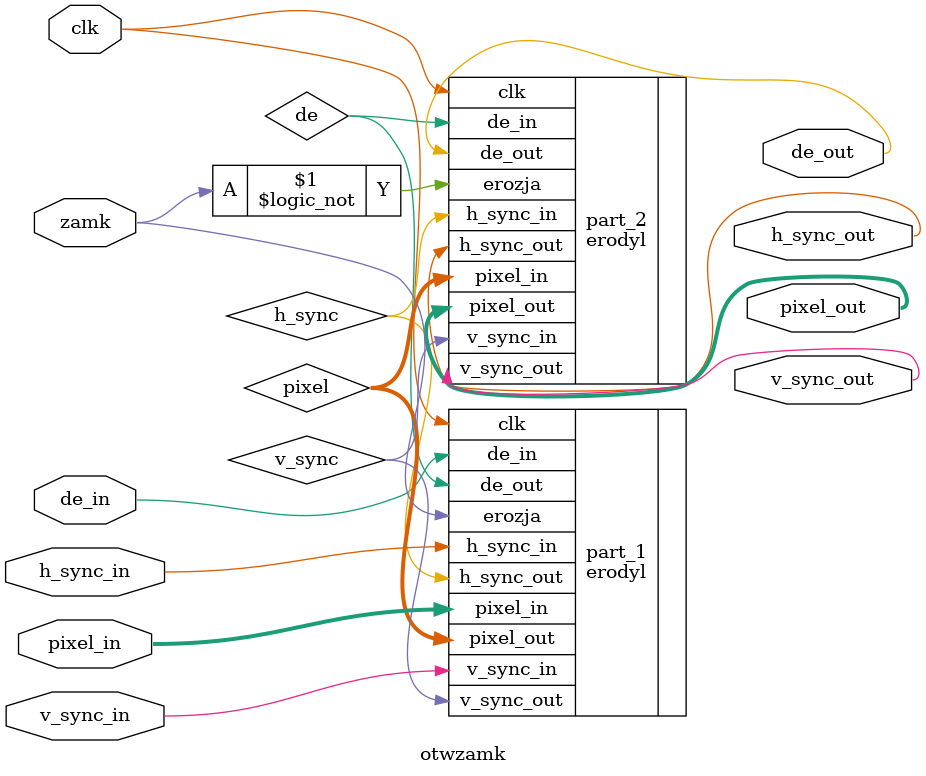
<source format=v>
`timescale 1ns / 1ps


module otwzamk #
(
    parameter H_SIZE = 1650
)
(
    input [23:0]pixel_in,
    input h_sync_in,
    input v_sync_in,
    input de_in,
    input clk,
    input zamk,
    
    output [23:0]pixel_out,
    output h_sync_out,
    output v_sync_out,
    output de_out
);

wire [23:0]pixel;
wire h_sync;
wire v_sync;
wire de;


erodyl #
(
    .N(5),
    .H_SIZE(H_SIZE)
)
part_1
(
    .pixel_in(pixel_in),
    .h_sync_in(h_sync_in),
    .v_sync_in(v_sync_in),
    .de_in(de_in),
    .clk(clk),
    .erozja(zamk),
    
    .pixel_out(pixel),
    .h_sync_out(h_sync),
    .v_sync_out(v_sync),
    .de_out(de)
);

erodyl #
(
    .N(5),
    .H_SIZE(H_SIZE)
)
part_2
(
    .pixel_in(pixel),
    .h_sync_in(h_sync),
    .v_sync_in(v_sync),
    .de_in(de),
    .clk(clk),
    .erozja(!zamk),
    
    .pixel_out(pixel_out),
    .h_sync_out(h_sync_out),
    .v_sync_out(v_sync_out),
    .de_out(de_out)
);
endmodule

</source>
